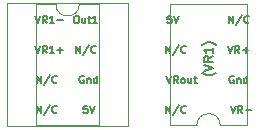
<source format=gbr>
%TF.GenerationSoftware,KiCad,Pcbnew,(5.1.6)-1*%
%TF.CreationDate,2022-10-11T15:49:11-07:00*%
%TF.ProjectId,DIP8_Adapter_A,44495038-5f41-4646-9170-7465725f412e,rev?*%
%TF.SameCoordinates,Original*%
%TF.FileFunction,Legend,Top*%
%TF.FilePolarity,Positive*%
%FSLAX46Y46*%
G04 Gerber Fmt 4.6, Leading zero omitted, Abs format (unit mm)*
G04 Created by KiCad (PCBNEW (5.1.6)-1) date 2022-10-11 15:49:11*
%MOMM*%
%LPD*%
G01*
G04 APERTURE LIST*
%ADD10C,0.127000*%
%ADD11C,0.120000*%
G04 APERTURE END LIST*
D10*
X169799000Y-97191285D02*
X169762714Y-97227571D01*
X169653857Y-97300142D01*
X169581285Y-97336428D01*
X169472428Y-97372714D01*
X169291000Y-97409000D01*
X169145857Y-97409000D01*
X168964428Y-97372714D01*
X168855571Y-97336428D01*
X168783000Y-97300142D01*
X168674142Y-97227571D01*
X168637857Y-97191285D01*
X168746714Y-97009857D02*
X169508714Y-96755857D01*
X168746714Y-96501857D01*
X169508714Y-95812428D02*
X169145857Y-96066428D01*
X169508714Y-96247857D02*
X168746714Y-96247857D01*
X168746714Y-95957571D01*
X168783000Y-95885000D01*
X168819285Y-95848714D01*
X168891857Y-95812428D01*
X169000714Y-95812428D01*
X169073285Y-95848714D01*
X169109571Y-95885000D01*
X169145857Y-95957571D01*
X169145857Y-96247857D01*
X169508714Y-95086714D02*
X169508714Y-95522142D01*
X169508714Y-95304428D02*
X168746714Y-95304428D01*
X168855571Y-95377000D01*
X168928142Y-95449571D01*
X168964428Y-95522142D01*
X169799000Y-94832714D02*
X169762714Y-94796428D01*
X169653857Y-94723857D01*
X169581285Y-94687571D01*
X169472428Y-94651285D01*
X169291000Y-94615000D01*
X169145857Y-94615000D01*
X168964428Y-94651285D01*
X168855571Y-94687571D01*
X168783000Y-94723857D01*
X168674142Y-94796428D01*
X168637857Y-94832714D01*
X154616452Y-100617261D02*
X154616452Y-99982261D01*
X154979309Y-100617261D01*
X154979309Y-99982261D01*
X155735261Y-99952023D02*
X155190976Y-100768452D01*
X156309785Y-100556785D02*
X156279547Y-100587023D01*
X156188833Y-100617261D01*
X156128357Y-100617261D01*
X156037642Y-100587023D01*
X155977166Y-100526547D01*
X155946928Y-100466071D01*
X155916690Y-100345119D01*
X155916690Y-100254404D01*
X155946928Y-100133452D01*
X155977166Y-100072976D01*
X156037642Y-100012500D01*
X156128357Y-99982261D01*
X156188833Y-99982261D01*
X156279547Y-100012500D01*
X156309785Y-100042738D01*
X154616452Y-98077261D02*
X154616452Y-97442261D01*
X154979309Y-98077261D01*
X154979309Y-97442261D01*
X155735261Y-97412023D02*
X155190976Y-98228452D01*
X156309785Y-98016785D02*
X156279547Y-98047023D01*
X156188833Y-98077261D01*
X156128357Y-98077261D01*
X156037642Y-98047023D01*
X155977166Y-97986547D01*
X155946928Y-97926071D01*
X155916690Y-97805119D01*
X155916690Y-97714404D01*
X155946928Y-97593452D01*
X155977166Y-97532976D01*
X156037642Y-97472500D01*
X156128357Y-97442261D01*
X156188833Y-97442261D01*
X156279547Y-97472500D01*
X156309785Y-97502738D01*
X154477357Y-94902261D02*
X154689023Y-95537261D01*
X154900690Y-94902261D01*
X155475214Y-95537261D02*
X155263547Y-95234880D01*
X155112357Y-95537261D02*
X155112357Y-94902261D01*
X155354261Y-94902261D01*
X155414738Y-94932500D01*
X155444976Y-94962738D01*
X155475214Y-95023214D01*
X155475214Y-95113928D01*
X155444976Y-95174404D01*
X155414738Y-95204642D01*
X155354261Y-95234880D01*
X155112357Y-95234880D01*
X156079976Y-95537261D02*
X155717119Y-95537261D01*
X155898547Y-95537261D02*
X155898547Y-94902261D01*
X155838071Y-94992976D01*
X155777595Y-95053452D01*
X155717119Y-95083690D01*
X156352119Y-95295357D02*
X156835928Y-95295357D01*
X156594023Y-95537261D02*
X156594023Y-95053452D01*
X154477357Y-92362261D02*
X154689023Y-92997261D01*
X154900690Y-92362261D01*
X155475214Y-92997261D02*
X155263547Y-92694880D01*
X155112357Y-92997261D02*
X155112357Y-92362261D01*
X155354261Y-92362261D01*
X155414738Y-92392500D01*
X155444976Y-92422738D01*
X155475214Y-92483214D01*
X155475214Y-92573928D01*
X155444976Y-92634404D01*
X155414738Y-92664642D01*
X155354261Y-92694880D01*
X155112357Y-92694880D01*
X156079976Y-92997261D02*
X155717119Y-92997261D01*
X155898547Y-92997261D02*
X155898547Y-92362261D01*
X155838071Y-92452976D01*
X155777595Y-92513452D01*
X155717119Y-92543690D01*
X156352119Y-92755357D02*
X156835928Y-92755357D01*
X157918452Y-92362261D02*
X158039404Y-92362261D01*
X158099880Y-92392500D01*
X158160357Y-92452976D01*
X158190595Y-92573928D01*
X158190595Y-92785595D01*
X158160357Y-92906547D01*
X158099880Y-92967023D01*
X158039404Y-92997261D01*
X157918452Y-92997261D01*
X157857976Y-92967023D01*
X157797500Y-92906547D01*
X157767261Y-92785595D01*
X157767261Y-92573928D01*
X157797500Y-92452976D01*
X157857976Y-92392500D01*
X157918452Y-92362261D01*
X158734880Y-92573928D02*
X158734880Y-92997261D01*
X158462738Y-92573928D02*
X158462738Y-92906547D01*
X158492976Y-92967023D01*
X158553452Y-92997261D01*
X158644166Y-92997261D01*
X158704642Y-92967023D01*
X158734880Y-92936785D01*
X158946547Y-92573928D02*
X159188452Y-92573928D01*
X159037261Y-92362261D02*
X159037261Y-92906547D01*
X159067500Y-92967023D01*
X159127976Y-92997261D01*
X159188452Y-92997261D01*
X159732738Y-92997261D02*
X159369880Y-92997261D01*
X159551309Y-92997261D02*
X159551309Y-92362261D01*
X159490833Y-92452976D01*
X159430357Y-92513452D01*
X159369880Y-92543690D01*
X157918452Y-95537261D02*
X157918452Y-94902261D01*
X158281309Y-95537261D01*
X158281309Y-94902261D01*
X159037261Y-94872023D02*
X158492976Y-95688452D01*
X159611785Y-95476785D02*
X159581547Y-95507023D01*
X159490833Y-95537261D01*
X159430357Y-95537261D01*
X159339642Y-95507023D01*
X159279166Y-95446547D01*
X159248928Y-95386071D01*
X159218690Y-95265119D01*
X159218690Y-95174404D01*
X159248928Y-95053452D01*
X159279166Y-94992976D01*
X159339642Y-94932500D01*
X159430357Y-94902261D01*
X159490833Y-94902261D01*
X159581547Y-94932500D01*
X159611785Y-94962738D01*
X158595785Y-97472500D02*
X158535309Y-97442261D01*
X158444595Y-97442261D01*
X158353880Y-97472500D01*
X158293404Y-97532976D01*
X158263166Y-97593452D01*
X158232928Y-97714404D01*
X158232928Y-97805119D01*
X158263166Y-97926071D01*
X158293404Y-97986547D01*
X158353880Y-98047023D01*
X158444595Y-98077261D01*
X158505071Y-98077261D01*
X158595785Y-98047023D01*
X158626023Y-98016785D01*
X158626023Y-97805119D01*
X158505071Y-97805119D01*
X158898166Y-97653928D02*
X158898166Y-98077261D01*
X158898166Y-97714404D02*
X158928404Y-97684166D01*
X158988880Y-97653928D01*
X159079595Y-97653928D01*
X159140071Y-97684166D01*
X159170309Y-97744642D01*
X159170309Y-98077261D01*
X159744833Y-98077261D02*
X159744833Y-97442261D01*
X159744833Y-98047023D02*
X159684357Y-98077261D01*
X159563404Y-98077261D01*
X159502928Y-98047023D01*
X159472690Y-98016785D01*
X159442452Y-97956309D01*
X159442452Y-97774880D01*
X159472690Y-97714404D01*
X159502928Y-97684166D01*
X159563404Y-97653928D01*
X159684357Y-97653928D01*
X159744833Y-97684166D01*
X158883047Y-99982261D02*
X158580666Y-99982261D01*
X158550428Y-100284642D01*
X158580666Y-100254404D01*
X158641142Y-100224166D01*
X158792333Y-100224166D01*
X158852809Y-100254404D01*
X158883047Y-100284642D01*
X158913285Y-100345119D01*
X158913285Y-100496309D01*
X158883047Y-100556785D01*
X158852809Y-100587023D01*
X158792333Y-100617261D01*
X158641142Y-100617261D01*
X158580666Y-100587023D01*
X158550428Y-100556785D01*
X159094714Y-99982261D02*
X159306380Y-100617261D01*
X159518047Y-99982261D01*
X165538452Y-100617261D02*
X165538452Y-99982261D01*
X165901309Y-100617261D01*
X165901309Y-99982261D01*
X166657261Y-99952023D02*
X166112976Y-100768452D01*
X167231785Y-100556785D02*
X167201547Y-100587023D01*
X167110833Y-100617261D01*
X167050357Y-100617261D01*
X166959642Y-100587023D01*
X166899166Y-100526547D01*
X166868928Y-100466071D01*
X166838690Y-100345119D01*
X166838690Y-100254404D01*
X166868928Y-100133452D01*
X166899166Y-100072976D01*
X166959642Y-100012500D01*
X167050357Y-99982261D01*
X167110833Y-99982261D01*
X167201547Y-100012500D01*
X167231785Y-100042738D01*
X165592880Y-97442261D02*
X165804547Y-98077261D01*
X166016214Y-97442261D01*
X166590738Y-98077261D02*
X166379071Y-97774880D01*
X166227880Y-98077261D02*
X166227880Y-97442261D01*
X166469785Y-97442261D01*
X166530261Y-97472500D01*
X166560500Y-97502738D01*
X166590738Y-97563214D01*
X166590738Y-97653928D01*
X166560500Y-97714404D01*
X166530261Y-97744642D01*
X166469785Y-97774880D01*
X166227880Y-97774880D01*
X166953595Y-98077261D02*
X166893119Y-98047023D01*
X166862880Y-98016785D01*
X166832642Y-97956309D01*
X166832642Y-97774880D01*
X166862880Y-97714404D01*
X166893119Y-97684166D01*
X166953595Y-97653928D01*
X167044309Y-97653928D01*
X167104785Y-97684166D01*
X167135023Y-97714404D01*
X167165261Y-97774880D01*
X167165261Y-97956309D01*
X167135023Y-98016785D01*
X167104785Y-98047023D01*
X167044309Y-98077261D01*
X166953595Y-98077261D01*
X167709547Y-97653928D02*
X167709547Y-98077261D01*
X167437404Y-97653928D02*
X167437404Y-97986547D01*
X167467642Y-98047023D01*
X167528119Y-98077261D01*
X167618833Y-98077261D01*
X167679309Y-98047023D01*
X167709547Y-98016785D01*
X167921214Y-97653928D02*
X168163119Y-97653928D01*
X168011928Y-97442261D02*
X168011928Y-97986547D01*
X168042166Y-98047023D01*
X168102642Y-98077261D01*
X168163119Y-98077261D01*
X165538452Y-95537261D02*
X165538452Y-94902261D01*
X165901309Y-95537261D01*
X165901309Y-94902261D01*
X166657261Y-94872023D02*
X166112976Y-95688452D01*
X167231785Y-95476785D02*
X167201547Y-95507023D01*
X167110833Y-95537261D01*
X167050357Y-95537261D01*
X166959642Y-95507023D01*
X166899166Y-95446547D01*
X166868928Y-95386071D01*
X166838690Y-95265119D01*
X166838690Y-95174404D01*
X166868928Y-95053452D01*
X166899166Y-94992976D01*
X166959642Y-94932500D01*
X167050357Y-94902261D01*
X167110833Y-94902261D01*
X167201547Y-94932500D01*
X167231785Y-94962738D01*
X165995047Y-92362261D02*
X165692666Y-92362261D01*
X165662428Y-92664642D01*
X165692666Y-92634404D01*
X165753142Y-92604166D01*
X165904333Y-92604166D01*
X165964809Y-92634404D01*
X165995047Y-92664642D01*
X166025285Y-92725119D01*
X166025285Y-92876309D01*
X165995047Y-92936785D01*
X165964809Y-92967023D01*
X165904333Y-92997261D01*
X165753142Y-92997261D01*
X165692666Y-92967023D01*
X165662428Y-92936785D01*
X166206714Y-92362261D02*
X166418380Y-92997261D01*
X166630047Y-92362261D01*
X170872452Y-92997261D02*
X170872452Y-92362261D01*
X171235309Y-92997261D01*
X171235309Y-92362261D01*
X171991261Y-92332023D02*
X171446976Y-93148452D01*
X172565785Y-92936785D02*
X172535547Y-92967023D01*
X172444833Y-92997261D01*
X172384357Y-92997261D01*
X172293642Y-92967023D01*
X172233166Y-92906547D01*
X172202928Y-92846071D01*
X172172690Y-92725119D01*
X172172690Y-92634404D01*
X172202928Y-92513452D01*
X172233166Y-92452976D01*
X172293642Y-92392500D01*
X172384357Y-92362261D01*
X172444833Y-92362261D01*
X172535547Y-92392500D01*
X172565785Y-92422738D01*
X170781738Y-94902261D02*
X170993404Y-95537261D01*
X171205071Y-94902261D01*
X171779595Y-95537261D02*
X171567928Y-95234880D01*
X171416738Y-95537261D02*
X171416738Y-94902261D01*
X171658642Y-94902261D01*
X171719119Y-94932500D01*
X171749357Y-94962738D01*
X171779595Y-95023214D01*
X171779595Y-95113928D01*
X171749357Y-95174404D01*
X171719119Y-95204642D01*
X171658642Y-95234880D01*
X171416738Y-95234880D01*
X172051738Y-95295357D02*
X172535547Y-95295357D01*
X172293642Y-95537261D02*
X172293642Y-95053452D01*
X171295785Y-97472500D02*
X171235309Y-97442261D01*
X171144595Y-97442261D01*
X171053880Y-97472500D01*
X170993404Y-97532976D01*
X170963166Y-97593452D01*
X170932928Y-97714404D01*
X170932928Y-97805119D01*
X170963166Y-97926071D01*
X170993404Y-97986547D01*
X171053880Y-98047023D01*
X171144595Y-98077261D01*
X171205071Y-98077261D01*
X171295785Y-98047023D01*
X171326023Y-98016785D01*
X171326023Y-97805119D01*
X171205071Y-97805119D01*
X171598166Y-97653928D02*
X171598166Y-98077261D01*
X171598166Y-97714404D02*
X171628404Y-97684166D01*
X171688880Y-97653928D01*
X171779595Y-97653928D01*
X171840071Y-97684166D01*
X171870309Y-97744642D01*
X171870309Y-98077261D01*
X172444833Y-98077261D02*
X172444833Y-97442261D01*
X172444833Y-98047023D02*
X172384357Y-98077261D01*
X172263404Y-98077261D01*
X172202928Y-98047023D01*
X172172690Y-98016785D01*
X172142452Y-97956309D01*
X172142452Y-97774880D01*
X172172690Y-97714404D01*
X172202928Y-97684166D01*
X172263404Y-97653928D01*
X172384357Y-97653928D01*
X172444833Y-97684166D01*
X171035738Y-99982261D02*
X171247404Y-100617261D01*
X171459071Y-99982261D01*
X172033595Y-100617261D02*
X171821928Y-100314880D01*
X171670738Y-100617261D02*
X171670738Y-99982261D01*
X171912642Y-99982261D01*
X171973119Y-100012500D01*
X172003357Y-100042738D01*
X172033595Y-100103214D01*
X172033595Y-100193928D01*
X172003357Y-100254404D01*
X171973119Y-100284642D01*
X171912642Y-100314880D01*
X171670738Y-100314880D01*
X172305738Y-100375357D02*
X172789547Y-100375357D01*
D11*
%TO.C,U2*%
X170164000Y-101660000D02*
X172399000Y-101660000D01*
X172399000Y-101660000D02*
X172399000Y-91380000D01*
X172399000Y-91380000D02*
X165929000Y-91380000D01*
X165929000Y-91380000D02*
X165929000Y-101660000D01*
X165929000Y-101660000D02*
X168164000Y-101660000D01*
X168164000Y-101660000D02*
G75*
G02*
X170164000Y-101660000I1000000J0D01*
G01*
%TO.C,U1*%
X156226000Y-91380000D02*
X154576000Y-91380000D01*
X154576000Y-91380000D02*
X154576000Y-101660000D01*
X154576000Y-101660000D02*
X159876000Y-101660000D01*
X159876000Y-101660000D02*
X159876000Y-91380000D01*
X159876000Y-91380000D02*
X158226000Y-91380000D01*
X152086000Y-91320000D02*
X152086000Y-101720000D01*
X152086000Y-101720000D02*
X162366000Y-101720000D01*
X162366000Y-101720000D02*
X162366000Y-91320000D01*
X162366000Y-91320000D02*
X152086000Y-91320000D01*
X158226000Y-91380000D02*
G75*
G02*
X156226000Y-91380000I-1000000J0D01*
G01*
%TD*%
M02*

</source>
